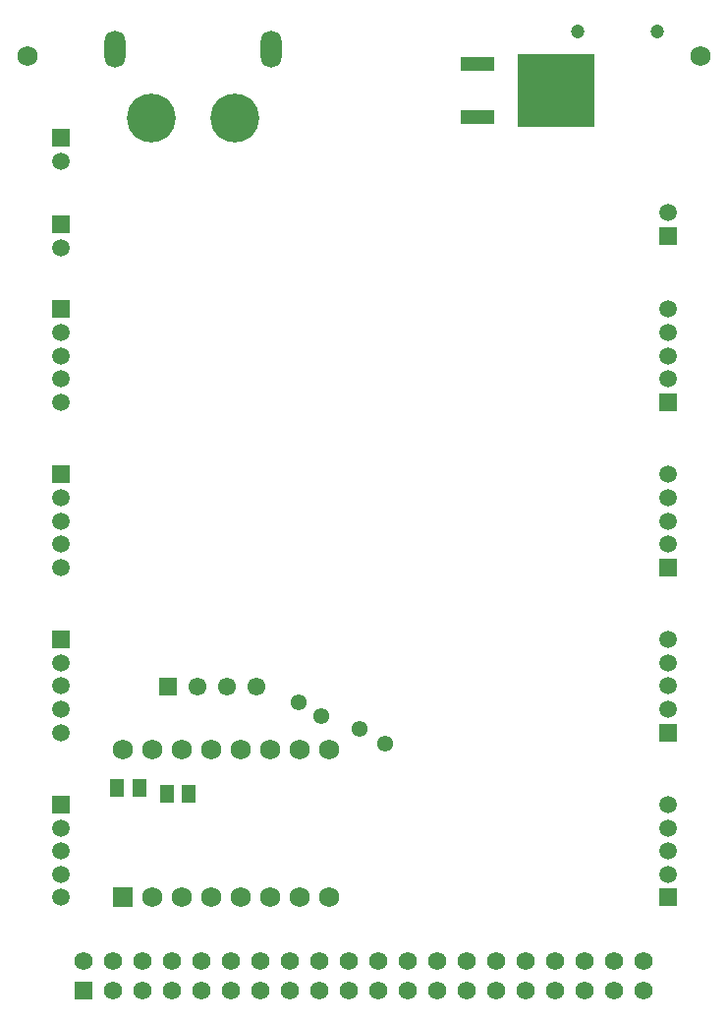
<source format=gbs>
G04*
G04 #@! TF.GenerationSoftware,Altium Limited,Altium Designer,21.0.9 (235)*
G04*
G04 Layer_Color=16711935*
%FSLAX44Y44*%
%MOMM*%
G71*
G04*
G04 #@! TF.SameCoordinates,58F94E15-CAE4-4791-8A53-09B8A48F05B3*
G04*
G04*
G04 #@! TF.FilePolarity,Negative*
G04*
G01*
G75*
%ADD47R,1.2192X1.6002*%
%ADD52R,6.6032X6.3415*%
%ADD53R,2.9432X1.1832*%
G04:AMPARAMS|DCode=58|XSize=3.2032mm|YSize=1.8032mm|CornerRadius=0.9016mm|HoleSize=0mm|Usage=FLASHONLY|Rotation=90.000|XOffset=0mm|YOffset=0mm|HoleType=Round|Shape=RoundedRectangle|*
%AMROUNDEDRECTD58*
21,1,3.2032,0.0000,0,0,90.0*
21,1,1.4000,1.8032,0,0,90.0*
1,1,1.8032,0.0000,0.7000*
1,1,1.8032,0.0000,-0.7000*
1,1,1.8032,0.0000,-0.7000*
1,1,1.8032,0.0000,0.7000*
%
%ADD58ROUNDEDRECTD58*%
%ADD59C,4.2032*%
%ADD60C,1.7332*%
%ADD61R,1.7332X1.7332*%
%ADD62C,1.3842*%
%ADD63R,1.5500X1.5500*%
%ADD64C,1.5500*%
%ADD65R,1.5112X1.5112*%
%ADD66C,1.5112*%
%ADD67C,1.2032*%
%ADD68C,1.7272*%
%ADD69C,1.5732*%
%ADD70R,1.5732X1.5732*%
D47*
X112522Y228600D02*
D03*
X131318D02*
D03*
X173736Y223455D02*
D03*
X154940D02*
D03*
D52*
X490982Y829310D02*
D03*
D53*
X422910Y852170D02*
D03*
Y806450D02*
D03*
D58*
X110300Y865180D02*
D03*
X245300D02*
D03*
D59*
X141800Y805180D02*
D03*
X213800D02*
D03*
D60*
X116840Y261555D02*
D03*
X142240D02*
D03*
X167640D02*
D03*
X193040D02*
D03*
X218440D02*
D03*
X243840D02*
D03*
X269240D02*
D03*
X294640D02*
D03*
Y134555D02*
D03*
X269240D02*
D03*
X243840D02*
D03*
X218440D02*
D03*
X193040D02*
D03*
X167640D02*
D03*
X142240D02*
D03*
D61*
X116840D02*
D03*
D62*
X268605Y302895D02*
D03*
X288290Y290830D02*
D03*
X342900Y266700D02*
D03*
X321310Y279400D02*
D03*
D63*
X156210Y316230D02*
D03*
D64*
X181610D02*
D03*
X207010D02*
D03*
X232410D02*
D03*
D65*
X63500Y214555D02*
D03*
Y356688D02*
D03*
Y498822D02*
D03*
Y640955D02*
D03*
Y713740D02*
D03*
Y788510D02*
D03*
X586740Y703900D02*
D03*
Y560955D02*
D03*
Y418821D02*
D03*
Y134555D02*
D03*
Y276688D02*
D03*
D66*
X63500Y194555D02*
D03*
Y174555D02*
D03*
Y154555D02*
D03*
Y134555D02*
D03*
Y336688D02*
D03*
Y316688D02*
D03*
Y296688D02*
D03*
Y276688D02*
D03*
Y478822D02*
D03*
Y458822D02*
D03*
Y438822D02*
D03*
Y418822D02*
D03*
Y560955D02*
D03*
Y580955D02*
D03*
Y600955D02*
D03*
Y620955D02*
D03*
Y693740D02*
D03*
Y768510D02*
D03*
X586740Y723900D02*
D03*
Y640955D02*
D03*
Y620955D02*
D03*
Y600955D02*
D03*
Y580955D02*
D03*
Y498821D02*
D03*
Y478821D02*
D03*
Y458821D02*
D03*
Y438821D02*
D03*
Y154555D02*
D03*
Y174555D02*
D03*
Y194555D02*
D03*
Y214555D02*
D03*
Y356688D02*
D03*
Y336688D02*
D03*
Y316688D02*
D03*
Y296688D02*
D03*
D67*
X509560Y880110D02*
D03*
X577560D02*
D03*
D68*
X35000Y858520D02*
D03*
X615000D02*
D03*
D69*
X566300Y80010D02*
D03*
Y54610D02*
D03*
X540900Y80010D02*
D03*
Y54610D02*
D03*
X515500Y80010D02*
D03*
Y54610D02*
D03*
X490100Y80010D02*
D03*
Y54610D02*
D03*
X464700Y80010D02*
D03*
Y54610D02*
D03*
X439300Y80010D02*
D03*
Y54610D02*
D03*
X413900Y80010D02*
D03*
Y54610D02*
D03*
X388500Y80010D02*
D03*
Y54610D02*
D03*
X363100Y80010D02*
D03*
Y54610D02*
D03*
X337700Y80010D02*
D03*
Y54610D02*
D03*
X312300Y80010D02*
D03*
Y54610D02*
D03*
X286900Y80010D02*
D03*
Y54610D02*
D03*
X261500Y80010D02*
D03*
Y54610D02*
D03*
X236100Y80010D02*
D03*
Y54610D02*
D03*
X210700Y80010D02*
D03*
Y54610D02*
D03*
X185300Y80010D02*
D03*
Y54610D02*
D03*
X159900Y80010D02*
D03*
Y54610D02*
D03*
X134500Y80010D02*
D03*
Y54610D02*
D03*
X109100Y80010D02*
D03*
Y54610D02*
D03*
X83700Y80010D02*
D03*
D70*
Y54610D02*
D03*
M02*

</source>
